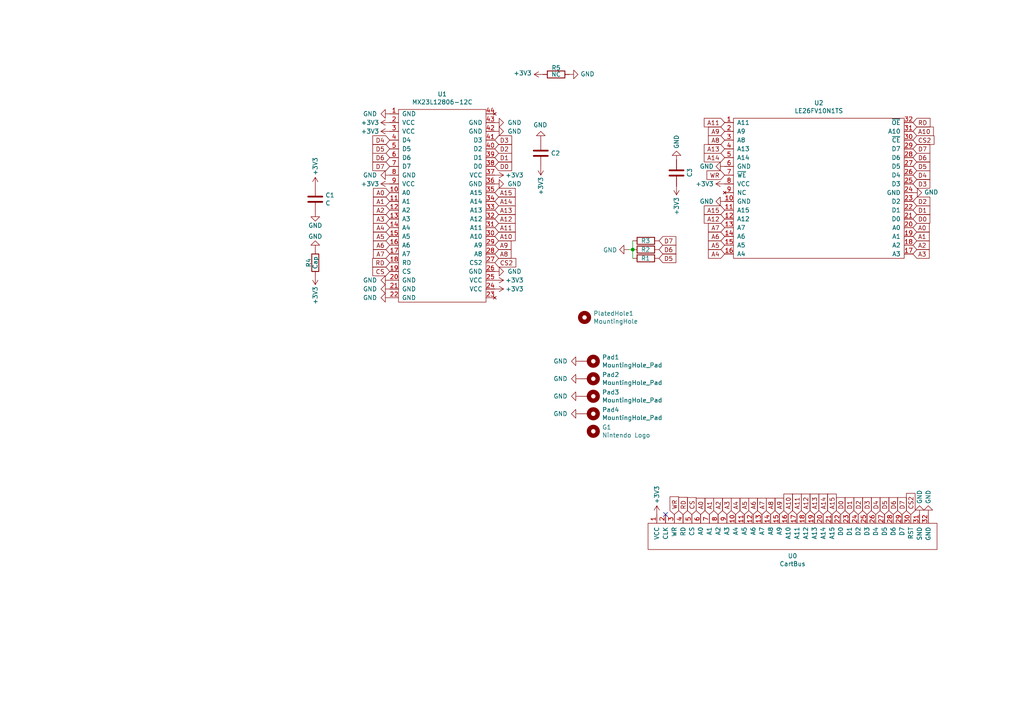
<source format=kicad_sch>
(kicad_sch (version 20221206) (generator eeschema)
  (paper "A4")
  (lib_symbols
    (symbol "AGB-E02-20-rescue:+3.3V-power" (power) (pin_names (offset 0))
      (property "Value" "AGB-E02-20-rescue_+3.3V-power" (at 0 3.556 0))
      (symbol "+3.3V-power_0_1"
        (polyline (pts (xy -0.762 1.27) (xy 0 2.54)))
        (polyline (pts (xy 0 0) (xy 0 2.54)))
        (polyline (pts (xy 0 2.54) (xy 0.762 1.27)))
      )
      (symbol "+3.3V-power_1_1"
        (pin power_in line (at 0 0 90) (length 0) hide (name "+3V3") (number "1"))
      )
    )
    (symbol "AGB-E02-20-rescue:C-Device" (pin_numbers hide) (pin_names (offset 0.254))
      (property "Reference" "C" (at 0.635 2.54 0))
      (property "Value" "AGB-E02-20-rescue_C-Device" (at 0.635 -2.54 0))
      (symbol "C-Device_0_1"
        (polyline (pts (xy -2.032 -0.762) (xy 2.032 -0.762)) (stroke (width 0.508)))
        (polyline (pts (xy -2.032 0.762) (xy 2.032 0.762)) (stroke (width 0.508)))
      )
      (symbol "C-Device_1_1"
        (pin passive line (at 0 3.81 270) (length 2.794) (name "~") (number "1"))
        (pin passive line (at 0 -3.81 90) (length 2.794) (name "~") (number "2"))
      )
    )
    (symbol "AGB-E02-20-rescue:GND-power" (power) (pin_names (offset 0))
      (property "Value" "AGB-E02-20-rescue_GND-power" (at 0 -3.81 0))
      (symbol "GND-power_0_1"
        (polyline (pts (xy 0 0) (xy 0 -1.27) (xy 1.27 -1.27) (xy 0 -2.54) (xy -1.27 -1.27) (xy 0 -1.27)))
      )
      (symbol "GND-power_1_1"
        (pin power_in line (at 0 0 270) (length 0) hide (name "GND") (number "1"))
      )
    )
    (symbol "AGB-E02-20-rescue:MountingHole-Mechanical" (pin_names (offset 1.016))
      (property "Reference" "H" (at 0 5.08 0))
      (property "Value" "AGB-E02-20-rescue_MountingHole-Mechanical" (at 0 3.175 0))
      (symbol "MountingHole-Mechanical_0_1"
        (circle (center 0 0) (radius 1.27) (stroke (width 1.27)))
      )
    )
    (symbol "AGB-E02-20-rescue:MountingHole_Pad-Mechanical" (pin_numbers hide) (pin_names (offset 1.016) hide)
      (property "Reference" "H" (at 0 6.35 0))
      (property "Value" "AGB-E02-20-rescue_MountingHole_Pad-Mechanical" (at 0 4.445 0))
      (symbol "MountingHole_Pad-Mechanical_0_1"
        (circle (center 0 1.27) (radius 1.27) (stroke (width 1.27)))
      )
      (symbol "MountingHole_Pad-Mechanical_1_1"
        (pin input line (at 0 -2.54 90) (length 2.54) (name "1") (number "1"))
      )
    )
    (symbol "AGB-E02-20-rescue:R-Device" (pin_numbers hide) (pin_names (offset 0))
      (property "Reference" "R" (at 2.032 0 90))
      (property "Value" "AGB-E02-20-rescue_R-Device" (at 0 0 90))
      (symbol "R-Device_0_1"
        (rectangle (start -1.016 -2.54) (end 1.016 2.54) (stroke (width 0.254)))
      )
      (symbol "R-Device_1_1"
        (pin passive line (at 0 3.81 270) (length 1.27) (name "~") (number "1"))
        (pin passive line (at 0 -3.81 90) (length 1.27) (name "~") (number "2"))
      )
    )
    (symbol "Gameboy:CartBus" (pin_names (offset 1.016))
      (property "Reference" "U?" (at 24.13 -11.43 0))
      (property "Value" "Gameboy_CartBus" (at 24.13 -8.89 0))
      (symbol "CartBus_0_1"
        (rectangle (start 66.04 0) (end -17.78 -7.62))
      )
      (symbol "CartBus_1_1"
        (pin unspecified line (at -15.24 2.54 270) (length 2.54) (name "VCC") (number "1"))
        (pin unspecified line (at 7.62 2.54 270) (length 2.54) (name "A4") (number "10"))
        (pin unspecified line (at 10.16 2.54 270) (length 2.54) (name "A5") (number "11"))
        (pin unspecified line (at 12.7 2.54 270) (length 2.54) (name "A6") (number "12"))
        (pin unspecified line (at 15.24 2.54 270) (length 2.54) (name "A7") (number "13"))
        (pin unspecified line (at 17.78 2.54 270) (length 2.54) (name "A8") (number "14"))
        (pin unspecified line (at 20.32 2.54 270) (length 2.54) (name "A9") (number "15"))
        (pin unspecified line (at 22.86 2.54 270) (length 2.54) (name "A10") (number "16"))
        (pin unspecified line (at 25.4 2.54 270) (length 2.54) (name "A11") (number "17"))
        (pin unspecified line (at 27.94 2.54 270) (length 2.54) (name "A12") (number "18"))
        (pin unspecified line (at 30.48 2.54 270) (length 2.54) (name "A13") (number "19"))
        (pin unspecified line (at -12.7 2.54 270) (length 2.54) (name "CLK~{}") (number "2"))
        (pin unspecified line (at 33.02 2.54 270) (length 2.54) (name "A14") (number "20"))
        (pin unspecified line (at 35.56 2.54 270) (length 2.54) (name "A15") (number "21"))
        (pin unspecified line (at 38.1 2.54 270) (length 2.54) (name "D0") (number "22"))
        (pin unspecified line (at 40.64 2.54 270) (length 2.54) (name "D1") (number "23"))
        (pin unspecified line (at 43.18 2.54 270) (length 2.54) (name "D2") (number "24"))
        (pin unspecified line (at 45.72 2.54 270) (length 2.54) (name "D3") (number "25"))
        (pin unspecified line (at 48.26 2.54 270) (length 2.54) (name "D4") (number "26"))
        (pin unspecified line (at 50.8 2.54 270) (length 2.54) (name "D5") (number "27"))
        (pin unspecified line (at 53.34 2.54 270) (length 2.54) (name "D6") (number "28"))
        (pin unspecified line (at 55.88 2.54 270) (length 2.54) (name "D7") (number "29"))
        (pin unspecified line (at -10.16 2.54 270) (length 2.54) (name "WR") (number "3"))
        (pin unspecified line (at 58.42 2.54 270) (length 2.54) (name "RST") (number "30"))
        (pin unspecified line (at 60.96 2.54 270) (length 2.54) (name "SND") (number "31"))
        (pin unspecified line (at 63.5 2.54 270) (length 2.54) (name "GND") (number "32"))
        (pin unspecified line (at -7.62 2.54 270) (length 2.54) (name "RD") (number "4"))
        (pin unspecified line (at -5.08 2.54 270) (length 2.54) (name "CS") (number "5"))
        (pin unspecified line (at -2.54 2.54 270) (length 2.54) (name "A0") (number "6"))
        (pin unspecified line (at 0 2.54 270) (length 2.54) (name "A1") (number "7"))
        (pin unspecified line (at 2.54 2.54 270) (length 2.54) (name "A2") (number "8"))
        (pin unspecified line (at 5.08 2.54 270) (length 2.54) (name "A3") (number "9"))
      )
    )
    (symbol "NintendoSymbols:LE26FV10N1TS" (pin_names (offset 1.016))
      (property "Reference" "U" (at 0 -36.83 0))
      (property "Value" "NintendoSymbols_LE26FV10N1TS" (at 0 6.35 0))
      (symbol "LE26FV10N1TS_0_1"
        (rectangle (start -25.4 5.08) (end 24.13 -35.56))
      )
      (symbol "LE26FV10N1TS_1_1"
        (pin unspecified line (at -27.94 3.81 0) (length 2.54) (name "A11") (number "1"))
        (pin unspecified line (at -27.94 -19.05 0) (length 2.54) (name "GND") (number "10"))
        (pin unspecified line (at -27.94 -21.59 0) (length 2.54) (name "A15") (number "11"))
        (pin unspecified line (at -27.94 -24.13 0) (length 2.54) (name "A12") (number "12"))
        (pin unspecified line (at -27.94 -26.67 0) (length 2.54) (name "A7") (number "13"))
        (pin unspecified line (at -27.94 -29.21 0) (length 2.54) (name "A6") (number "14"))
        (pin unspecified line (at -27.94 -31.75 0) (length 2.54) (name "A5") (number "15"))
        (pin unspecified line (at -27.94 -34.29 0) (length 2.54) (name "A4") (number "16"))
        (pin unspecified line (at 26.67 -34.29 180) (length 2.54) (name "A3") (number "17"))
        (pin unspecified line (at 26.67 -31.75 180) (length 2.54) (name "A2") (number "18"))
        (pin unspecified line (at 26.67 -29.21 180) (length 2.54) (name "A1") (number "19"))
        (pin unspecified line (at -27.94 1.27 0) (length 2.54) (name "A9") (number "2"))
        (pin unspecified line (at 26.67 -26.67 180) (length 2.54) (name "A0") (number "20"))
        (pin unspecified line (at 26.67 -24.13 180) (length 2.54) (name "D0") (number "21"))
        (pin unspecified line (at 26.67 -21.59 180) (length 2.54) (name "D1") (number "22"))
        (pin unspecified line (at 26.67 -19.05 180) (length 2.54) (name "D2") (number "23"))
        (pin unspecified line (at 26.67 -16.51 180) (length 2.54) (name "GND") (number "24"))
        (pin unspecified line (at 26.67 -13.97 180) (length 2.54) (name "D3") (number "25"))
        (pin unspecified line (at 26.67 -11.43 180) (length 2.54) (name "D4") (number "26"))
        (pin unspecified line (at 26.67 -8.89 180) (length 2.54) (name "D5") (number "27"))
        (pin unspecified line (at 26.67 -6.35 180) (length 2.54) (name "D6") (number "28"))
        (pin unspecified line (at 26.67 -3.81 180) (length 2.54) (name "D7") (number "29"))
        (pin unspecified line (at -27.94 -1.27 0) (length 2.54) (name "A8") (number "3"))
        (pin unspecified line (at 26.67 -1.27 180) (length 2.54) (name "~{CE}") (number "30"))
        (pin unspecified line (at 26.67 1.27 180) (length 2.54) (name "A10") (number "31"))
        (pin unspecified line (at 26.67 3.81 180) (length 2.54) (name "~{OE}") (number "32"))
        (pin unspecified line (at -27.94 -3.81 0) (length 2.54) (name "A13") (number "4"))
        (pin unspecified line (at -27.94 -6.35 0) (length 2.54) (name "A14") (number "5"))
        (pin unspecified line (at -27.94 -8.89 0) (length 2.54) (name "GND") (number "6"))
        (pin unspecified line (at -27.94 -11.43 0) (length 2.54) (name "~{WE}") (number "7"))
        (pin unspecified line (at -27.94 -13.97 0) (length 2.54) (name "VCC") (number "8"))
        (pin no_connect line (at -27.94 -16.51 0) (length 2.54) (name "NC") (number "9"))
      )
    )
    (symbol "NintendoSymbols:MX23L12806-12C" (pin_names (offset 1.016))
      (property "Reference" "U" (at 0 -58.42 0))
      (property "Value" "NintendoSymbols_MX23L12806-12C" (at 0 0 0))
      (symbol "MX23L12806-12C_0_1"
        (rectangle (start -12.7 -1.27) (end 12.7 -57.15))
      )
      (symbol "MX23L12806-12C_1_1"
        (pin unspecified line (at -15.24 -2.54 0) (length 2.54) (name "GND") (number "1"))
        (pin unspecified line (at -15.24 -25.4 0) (length 2.54) (name "A0") (number "10"))
        (pin unspecified line (at -15.24 -27.94 0) (length 2.54) (name "A1") (number "11"))
        (pin unspecified line (at -15.24 -30.48 0) (length 2.54) (name "A2") (number "12"))
        (pin unspecified line (at -15.24 -33.02 0) (length 2.54) (name "A3") (number "13"))
        (pin unspecified line (at -15.24 -35.56 0) (length 2.54) (name "A4") (number "14"))
        (pin unspecified line (at -15.24 -38.1 0) (length 2.54) (name "A5") (number "15"))
        (pin unspecified line (at -15.24 -40.64 0) (length 2.54) (name "A6") (number "16"))
        (pin unspecified line (at -15.24 -43.18 0) (length 2.54) (name "A7") (number "17"))
        (pin unspecified line (at -15.24 -45.72 0) (length 2.54) (name "RD") (number "18"))
        (pin unspecified line (at -15.24 -48.26 0) (length 2.54) (name "CS") (number "19"))
        (pin unspecified line (at -15.24 -5.08 0) (length 2.54) (name "VCC") (number "2"))
        (pin unspecified line (at -15.24 -50.8 0) (length 2.54) (name "GND") (number "20"))
        (pin unspecified line (at -15.24 -53.34 0) (length 2.54) (name "GND") (number "21"))
        (pin unspecified line (at -15.24 -55.88 0) (length 2.54) (name "GND") (number "22"))
        (pin no_connect line (at 15.24 -55.88 180) (length 2.54) (name "~") (number "23"))
        (pin unspecified line (at 15.24 -53.34 180) (length 2.54) (name "VCC") (number "24"))
        (pin unspecified line (at 15.24 -50.8 180) (length 2.54) (name "VCC") (number "25"))
        (pin unspecified line (at 15.24 -48.26 180) (length 2.54) (name "GND") (number "26"))
        (pin unspecified line (at 15.24 -45.72 180) (length 2.54) (name "CS2") (number "27"))
        (pin unspecified line (at 15.24 -43.18 180) (length 2.54) (name "A8") (number "28"))
        (pin unspecified line (at 15.24 -40.64 180) (length 2.54) (name "A9") (number "29"))
        (pin unspecified line (at -15.24 -7.62 0) (length 2.54) (name "VCC") (number "3"))
        (pin unspecified line (at 15.24 -38.1 180) (length 2.54) (name "A10") (number "30"))
        (pin unspecified line (at 15.24 -35.56 180) (length 2.54) (name "A11") (number "31"))
        (pin unspecified line (at 15.24 -33.02 180) (length 2.54) (name "A12") (number "32"))
        (pin unspecified line (at 15.24 -30.48 180) (length 2.54) (name "A13") (number "33"))
        (pin unspecified line (at 15.24 -27.94 180) (length 2.54) (name "A14") (number "34"))
        (pin unspecified line (at 15.24 -25.4 180) (length 2.54) (name "A15") (number "35"))
        (pin unspecified line (at 15.24 -22.86 180) (length 2.54) (name "GND") (number "36"))
        (pin unspecified line (at 15.24 -20.32 180) (length 2.54) (name "VCC") (number "37"))
        (pin unspecified line (at 15.24 -17.78 180) (length 2.54) (name "D0") (number "38"))
        (pin unspecified line (at 15.24 -15.24 180) (length 2.54) (name "D1") (number "39"))
        (pin unspecified line (at -15.24 -10.16 0) (length 2.54) (name "D4") (number "4"))
        (pin unspecified line (at 15.24 -12.7 180) (length 2.54) (name "D2") (number "40"))
        (pin unspecified line (at 15.24 -10.16 180) (length 2.54) (name "D3") (number "41"))
        (pin unspecified line (at 15.24 -7.62 180) (length 2.54) (name "GND") (number "42"))
        (pin unspecified line (at 15.24 -5.08 180) (length 2.54) (name "GND") (number "43"))
        (pin no_connect line (at 15.24 -2.54 180) (length 2.54) (name "~") (number "44"))
        (pin unspecified line (at -15.24 -12.7 0) (length 2.54) (name "D5") (number "5"))
        (pin unspecified line (at -15.24 -15.24 0) (length 2.54) (name "D6") (number "6"))
        (pin unspecified line (at -15.24 -17.78 0) (length 2.54) (name "D7") (number "7"))
        (pin unspecified line (at -15.24 -20.32 0) (length 2.54) (name "GND") (number "8"))
        (pin unspecified line (at -15.24 -22.86 0) (length 2.54) (name "VCC") (number "9"))
      )
    )
  )
  (junction (at 183.515 72.39))
  (no_connect (at 193.04 149.225))
  (wire (pts (xy 183.515 72.39) (xy 183.515 74.93)))
  (wire (pts (xy 183.515 69.85) (xy 183.515 72.39)))
  (wire (pts (xy 183.515 72.39) (xy 182.245 72.39)))
  (global_label "CS" (shape input) (at 200.66 149.225 90) (property "Intersheetrefs" "${INTERSHEET_REFS}" (effects hide)))
  (global_label "A10" (shape input) (at 143.51 68.58 0) (property "Intersheetrefs" "${INTERSHEET_REFS}" (effects hide)))
  (global_label "D1" (shape input) (at 264.795 60.96 0) (property "Intersheetrefs" "${INTERSHEET_REFS}" (effects hide)))
  (global_label "CS2" (shape input) (at 264.795 40.64 0) (property "Intersheetrefs" "${INTERSHEET_REFS}" (effects hide)))
  (global_label "A5" (shape input) (at 215.9 149.225 90) (property "Intersheetrefs" "${INTERSHEET_REFS}" (effects hide)))
  (global_label "A6" (shape input) (at 210.185 68.58 180) (property "Intersheetrefs" "${INTERSHEET_REFS}" (effects hide)))
  (global_label "D6" (shape input) (at 113.03 45.72 180) (property "Intersheetrefs" "${INTERSHEET_REFS}" (effects hide)))
  (global_label "A6" (shape input) (at 218.44 149.225 90) (property "Intersheetrefs" "${INTERSHEET_REFS}" (effects hide)))
  (global_label "D3" (shape input) (at 264.795 53.34 0) (property "Intersheetrefs" "${INTERSHEET_REFS}" (effects hide)))
  (global_label "A1" (shape input) (at 205.74 149.225 90) (property "Intersheetrefs" "${INTERSHEET_REFS}" (effects hide)))
  (global_label "D5" (shape input) (at 264.795 48.26 0) (property "Intersheetrefs" "${INTERSHEET_REFS}" (effects hide)))
  (global_label "D2" (shape input) (at 248.92 149.225 90) (property "Intersheetrefs" "${INTERSHEET_REFS}" (effects hide)))
  (global_label "A6" (shape input) (at 113.03 71.12 180) (property "Intersheetrefs" "${INTERSHEET_REFS}" (effects hide)))
  (global_label "A3" (shape input) (at 264.795 73.66 0) (property "Intersheetrefs" "${INTERSHEET_REFS}" (effects hide)))
  (global_label "A8" (shape input) (at 143.51 73.66 0) (property "Intersheetrefs" "${INTERSHEET_REFS}" (effects hide)))
  (global_label "A1" (shape input) (at 113.03 58.42 180) (property "Intersheetrefs" "${INTERSHEET_REFS}" (effects hide)))
  (global_label "A9" (shape input) (at 143.51 71.12 0) (property "Intersheetrefs" "${INTERSHEET_REFS}" (effects hide)))
  (global_label "A11" (shape input) (at 210.185 35.56 180) (property "Intersheetrefs" "${INTERSHEET_REFS}" (effects hide)))
  (global_label "A14" (shape input) (at 210.185 45.72 180) (property "Intersheetrefs" "${INTERSHEET_REFS}" (effects hide)))
  (global_label "D3" (shape input) (at 251.46 149.225 90) (property "Intersheetrefs" "${INTERSHEET_REFS}" (effects hide)))
  (global_label "A4" (shape input) (at 210.185 73.66 180) (property "Intersheetrefs" "${INTERSHEET_REFS}" (effects hide)))
  (global_label "A3" (shape input) (at 113.03 63.5 180) (property "Intersheetrefs" "${INTERSHEET_REFS}" (effects hide)))
  (global_label "A10" (shape input) (at 264.795 38.1 0) (property "Intersheetrefs" "${INTERSHEET_REFS}" (effects hide)))
  (global_label "D4" (shape input) (at 254 149.225 90) (property "Intersheetrefs" "${INTERSHEET_REFS}" (effects hide)))
  (global_label "D5" (shape input) (at 256.54 149.225 90) (property "Intersheetrefs" "${INTERSHEET_REFS}" (effects hide)))
  (global_label "D7" (shape input) (at 261.62 149.225 90) (property "Intersheetrefs" "${INTERSHEET_REFS}" (effects hide)))
  (global_label "RD" (shape input) (at 264.795 35.56 0) (property "Intersheetrefs" "${INTERSHEET_REFS}" (effects hide)))
  (global_label "D4" (shape input) (at 264.795 50.8 0) (property "Intersheetrefs" "${INTERSHEET_REFS}" (effects hide)))
  (global_label "D1" (shape input) (at 246.38 149.225 90) (property "Intersheetrefs" "${INTERSHEET_REFS}" (effects hide)))
  (global_label "A12" (shape input) (at 143.51 63.5 0) (property "Intersheetrefs" "${INTERSHEET_REFS}" (effects hide)))
  (global_label "A7" (shape input) (at 220.98 149.225 90) (property "Intersheetrefs" "${INTERSHEET_REFS}" (effects hide)))
  (global_label "A13" (shape input) (at 143.51 60.96 0) (property "Intersheetrefs" "${INTERSHEET_REFS}" (effects hide)))
  (global_label "A2" (shape input) (at 113.03 60.96 180) (property "Intersheetrefs" "${INTERSHEET_REFS}" (effects hide)))
  (global_label "A10" (shape input) (at 228.6 149.225 90) (property "Intersheetrefs" "${INTERSHEET_REFS}" (effects hide)))
  (global_label "D0" (shape input) (at 264.795 63.5 0) (property "Intersheetrefs" "${INTERSHEET_REFS}" (effects hide)))
  (global_label "A1" (shape input) (at 264.795 68.58 0) (property "Intersheetrefs" "${INTERSHEET_REFS}" (effects hide)))
  (global_label "A15" (shape input) (at 241.3 149.225 90) (property "Intersheetrefs" "${INTERSHEET_REFS}" (effects hide)))
  (global_label "RD" (shape input) (at 198.12 149.225 90) (property "Intersheetrefs" "${INTERSHEET_REFS}" (effects hide)))
  (global_label "WR" (shape input) (at 210.185 50.8 180) (property "Intersheetrefs" "${INTERSHEET_REFS}" (effects hide)))
  (global_label "A8" (shape input) (at 210.185 40.64 180) (property "Intersheetrefs" "${INTERSHEET_REFS}" (effects hide)))
  (global_label "A12" (shape input) (at 210.185 63.5 180) (property "Intersheetrefs" "${INTERSHEET_REFS}" (effects hide)))
  (global_label "A15" (shape input) (at 210.185 60.96 180) (property "Intersheetrefs" "${INTERSHEET_REFS}" (effects hide)))
  (global_label "D1" (shape input) (at 143.51 45.72 0) (property "Intersheetrefs" "${INTERSHEET_REFS}" (effects hide)))
  (global_label "A5" (shape input) (at 210.185 71.12 180) (property "Intersheetrefs" "${INTERSHEET_REFS}" (effects hide)))
  (global_label "A9" (shape input) (at 210.185 38.1 180) (property "Intersheetrefs" "${INTERSHEET_REFS}" (effects hide)))
  (global_label "CS" (shape input) (at 113.03 78.74 180) (property "Intersheetrefs" "${INTERSHEET_REFS}" (effects hide)))
  (global_label "D7" (shape input) (at 191.135 69.85 0) (property "Intersheetrefs" "${INTERSHEET_REFS}" (effects hide)))
  (global_label "A9" (shape input) (at 226.06 149.225 90) (property "Intersheetrefs" "${INTERSHEET_REFS}" (effects hide)))
  (global_label "A5" (shape input) (at 113.03 68.58 180) (property "Intersheetrefs" "${INTERSHEET_REFS}" (effects hide)))
  (global_label "D0" (shape input) (at 243.84 149.225 90) (property "Intersheetrefs" "${INTERSHEET_REFS}" (effects hide)))
  (global_label "A13" (shape input) (at 236.22 149.225 90) (property "Intersheetrefs" "${INTERSHEET_REFS}" (effects hide)))
  (global_label "A11" (shape input) (at 143.51 66.04 0) (property "Intersheetrefs" "${INTERSHEET_REFS}" (effects hide)))
  (global_label "RD" (shape input) (at 113.03 76.2 180) (property "Intersheetrefs" "${INTERSHEET_REFS}" (effects hide)))
  (global_label "D6" (shape input) (at 264.795 45.72 0) (property "Intersheetrefs" "${INTERSHEET_REFS}" (effects hide)))
  (global_label "D5" (shape input) (at 113.03 43.18 180) (property "Intersheetrefs" "${INTERSHEET_REFS}" (effects hide)))
  (global_label "CS2" (shape input) (at 264.16 149.225 90) (property "Intersheetrefs" "${INTERSHEET_REFS}" (effects hide)))
  (global_label "A11" (shape input) (at 231.14 149.225 90) (property "Intersheetrefs" "${INTERSHEET_REFS}" (effects hide)))
  (global_label "D6" (shape input) (at 191.135 72.39 0) (property "Intersheetrefs" "${INTERSHEET_REFS}" (effects hide)))
  (global_label "A13" (shape input) (at 210.185 43.18 180) (property "Intersheetrefs" "${INTERSHEET_REFS}" (effects hide)))
  (global_label "A7" (shape input) (at 210.185 66.04 180) (property "Intersheetrefs" "${INTERSHEET_REFS}" (effects hide)))
  (global_label "D2" (shape input) (at 143.51 43.18 0) (property "Intersheetrefs" "${INTERSHEET_REFS}" (effects hide)))
  (global_label "D3" (shape input) (at 143.51 40.64 0) (property "Intersheetrefs" "${INTERSHEET_REFS}" (effects hide)))
  (global_label "A15" (shape input) (at 143.51 55.88 0) (property "Intersheetrefs" "${INTERSHEET_REFS}" (effects hide)))
  (global_label "WR" (shape input) (at 195.58 149.225 90) (property "Intersheetrefs" "${INTERSHEET_REFS}" (effects hide)))
  (global_label "D5" (shape input) (at 191.135 74.93 0) (property "Intersheetrefs" "${INTERSHEET_REFS}" (effects hide)))
  (global_label "D0" (shape input) (at 143.51 48.26 0) (property "Intersheetrefs" "${INTERSHEET_REFS}" (effects hide)))
  (global_label "A3" (shape input) (at 210.82 149.225 90) (property "Intersheetrefs" "${INTERSHEET_REFS}" (effects hide)))
  (global_label "A4" (shape input) (at 113.03 66.04 180) (property "Intersheetrefs" "${INTERSHEET_REFS}" (effects hide)))
  (global_label "A0" (shape input) (at 203.2 149.225 90) (property "Intersheetrefs" "${INTERSHEET_REFS}" (effects hide)))
  (global_label "A14" (shape input) (at 238.76 149.225 90) (property "Intersheetrefs" "${INTERSHEET_REFS}" (effects hide)))
  (global_label "CS2" (shape input) (at 143.51 76.2 0) (property "Intersheetrefs" "${INTERSHEET_REFS}" (effects hide)))
  (global_label "D6" (shape input) (at 259.08 149.225 90) (property "Intersheetrefs" "${INTERSHEET_REFS}" (effects hide)))
  (global_label "A0" (shape input) (at 113.03 55.88 180) (property "Intersheetrefs" "${INTERSHEET_REFS}" (effects hide)))
  (global_label "A4" (shape input) (at 213.36 149.225 90) (property "Intersheetrefs" "${INTERSHEET_REFS}" (effects hide)))
  (global_label "A14" (shape input) (at 143.51 58.42 0) (property "Intersheetrefs" "${INTERSHEET_REFS}" (effects hide)))
  (global_label "A2" (shape input) (at 264.795 71.12 0) (property "Intersheetrefs" "${INTERSHEET_REFS}" (effects hide)))
  (global_label "A8" (shape input) (at 223.52 149.225 90) (property "Intersheetrefs" "${INTERSHEET_REFS}" (effects hide)))
  (global_label "A0" (shape input) (at 264.795 66.04 0) (property "Intersheetrefs" "${INTERSHEET_REFS}" (effects hide)))
  (global_label "A7" (shape input) (at 113.03 73.66 180) (property "Intersheetrefs" "${INTERSHEET_REFS}" (effects hide)))
  (global_label "A2" (shape input) (at 208.28 149.225 90) (property "Intersheetrefs" "${INTERSHEET_REFS}" (effects hide)))
  (global_label "D7" (shape input) (at 264.795 43.18 0) (property "Intersheetrefs" "${INTERSHEET_REFS}" (effects hide)))
  (global_label "D2" (shape input) (at 264.795 58.42 0) (property "Intersheetrefs" "${INTERSHEET_REFS}" (effects hide)))
  (global_label "D7" (shape input) (at 113.03 48.26 180) (property "Intersheetrefs" "${INTERSHEET_REFS}" (effects hide)))
  (global_label "D4" (shape input) (at 113.03 40.64 180) (property "Intersheetrefs" "${INTERSHEET_REFS}" (effects hide)))
  (global_label "A12" (shape input) (at 233.68 149.225 90) (property "Intersheetrefs" "${INTERSHEET_REFS}" (effects hide)))
  (symbol (lib_id "NintendoSymbols:LE26FV10N1TS") (at 238.125 39.37 0) (unit 1)
    (property "Reference" "U2" (at 237.49 29.845 0))
    (property "Value" "LE26FV10N1TS" (at 237.49 32.1564 0))
    (property "Footprint" "AGB-E02-20:RAM" (effects hide))
  )
  (symbol (lib_id "Gameboy:CartBus") (at 205.74 151.765 0) (unit 1)
    (property "Reference" "U0" (at 229.87 161.2392 0))
    (property "Value" "CartBus" (at 229.87 163.5506 0))
    (property "Footprint" "Connector_GameBoy:GameBoy_GamePak_AGB-002_P1.50mm_Edge" (effects hide))
  )
  (symbol (lib_id "AGB-E02-20-rescue:+3.3V-power") (at 190.5 149.225 0) (unit 1)
    (property "Reference" "#PWR0101" (effects hide))
    (property "Value" "+3.3V" (at 190.5 143.51 90))
  )
  (symbol (lib_id "AGB-E02-20-rescue:GND-power") (at 269.24 149.225 180) (unit 1)
    (property "Reference" "#PWR0102" (effects hide))
    (property "Value" "GND" (at 269.24 144.145 90))
  )
  (symbol (lib_id "AGB-E02-20-rescue:GND-power") (at 210.185 58.42 270) (unit 1)
    (property "Reference" "#PWR0106" (effects hide))
    (property "Value" "GND" (at 207.01 58.42 90) (effects (justify right)))
  )
  (symbol (lib_id "AGB-E02-20-rescue:+3.3V-power") (at 210.185 53.34 90) (unit 1)
    (property "Reference" "#PWR0107" (effects hide))
    (property "Value" "+3.3V" (at 207.01 53.34 90) (effects (justify left)))
  )
  (symbol (lib_id "AGB-E02-20-rescue:GND-power") (at 210.185 48.26 270) (unit 1)
    (property "Reference" "#PWR0103" (effects hide))
    (property "Value" "GND" (at 207.01 48.26 90) (effects (justify right)))
  )
  (symbol (lib_id "AGB-E02-20-rescue:GND-power") (at 264.795 55.88 90) (unit 1)
    (property "Reference" "#PWR0104" (effects hide))
    (property "Value" "GND" (at 268.0462 55.753 90) (effects (justify right)))
  )
  (symbol (lib_id "AGB-E02-20-rescue:R-Device") (at 187.325 74.93 90) (unit 1)
    (property "Reference" "R1" (at 188.595 74.93 90) (effects (justify left)))
    (property "Value" "NC" (effects hide))
    (property "Footprint" "Custom:R_0603_AGB" (effects hide))
  )
  (symbol (lib_id "AGB-E02-20-rescue:R-Device") (at 187.325 72.39 90) (unit 1)
    (property "Reference" "R2" (at 188.595 72.39 90) (effects (justify left)))
    (property "Value" "NC" (effects hide))
    (property "Footprint" "Custom:R_0603_AGB" (effects hide))
  )
  (symbol (lib_id "AGB-E02-20-rescue:R-Device") (at 187.325 69.85 90) (unit 1)
    (property "Reference" "R3" (at 188.595 69.85 90) (effects (justify left)))
    (property "Value" "NC" (effects hide))
    (property "Footprint" "Custom:R_0603_AGB" (effects hide))
  )
  (symbol (lib_id "AGB-E02-20-rescue:GND-power") (at 182.245 72.39 270) (unit 1)
    (property "Reference" "#PWR0105" (effects hide))
    (property "Value" "GND" (at 178.9938 72.517 90) (effects (justify right)))
  )
  (symbol (lib_id "AGB-E02-20-rescue:C-Device") (at 196.215 50.165 0) (unit 1)
    (property "Reference" "C3" (at 200.025 51.435 90) (effects (justify left)))
    (property "Value" "C" (effects hide))
    (property "Footprint" "Custom:C_0402_AGB" (effects hide))
  )
  (symbol (lib_id "AGB-E02-20-rescue:+3.3V-power") (at 196.215 53.975 180) (unit 1)
    (property "Reference" "#PWR0108" (effects hide))
    (property "Value" "+3.3V" (at 196.215 57.15 90) (effects (justify left)))
  )
  (symbol (lib_id "AGB-E02-20-rescue:GND-power") (at 196.215 46.355 180) (unit 1)
    (property "Reference" "#PWR0109" (effects hide))
    (property "Value" "GND" (at 196.215 43.18 90) (effects (justify right)))
  )
  (symbol (lib_id "AGB-E02-20-rescue:R-Device") (at 161.29 21.59 270) (unit 1)
    (property "Reference" "R5" (at 161.29 19.685 90))
    (property "Value" "NC" (at 161.29 21.59 90))
    (property "Footprint" "Custom:R_0402_AGB-Opt" (effects hide))
  )
  (symbol (lib_id "AGB-E02-20-rescue:+3.3V-power") (at 157.48 21.59 90) (unit 1)
    (property "Reference" "#PWR0110" (effects hide))
    (property "Value" "+3.3V" (at 154.2288 21.209 90) (effects (justify left)))
  )
  (symbol (lib_id "AGB-E02-20-rescue:GND-power") (at 165.1 21.59 90) (unit 1)
    (property "Reference" "#PWR0111" (effects hide))
    (property "Value" "GND" (at 168.3512 21.463 90) (effects (justify right)))
  )
  (symbol (lib_id "AGB-E02-20-rescue:C-Device") (at 156.845 44.45 180) (unit 1)
    (property "Reference" "C2" (at 159.766 44.45 0) (effects (justify right)))
    (property "Value" "C" (effects hide))
    (property "Footprint" "Custom:C_0402_AGB" (effects hide))
  )
  (symbol (lib_id "AGB-E02-20-rescue:C-Device") (at 91.44 57.785 0) (unit 1)
    (property "Reference" "C1" (at 94.361 56.6166 0) (effects (justify left)))
    (property "Value" "C" (at 94.361 58.928 0) (effects (justify left)))
    (property "Footprint" "Custom:C_0402_AGB" (effects hide))
  )
  (symbol (lib_id "AGB-E02-20-rescue:R-Device") (at 91.44 76.2 0) (unit 1)
    (property "Reference" "R4" (at 89.535 76.2 90))
    (property "Value" "Cap" (at 91.44 76.2 90))
    (property "Footprint" "Custom:C_0603_AGB" (effects hide))
  )
  (symbol (lib_id "AGB-E02-20-rescue:+3.3V-power") (at 91.44 80.01 180) (unit 1)
    (property "Reference" "#PWR0112" (effects hide))
    (property "Value" "+3.3V" (at 91.44 85.725 90))
  )
  (symbol (lib_id "AGB-E02-20-rescue:+3.3V-power") (at 91.44 53.975 0) (unit 1)
    (property "Reference" "#PWR0113" (effects hide))
    (property "Value" "+3.3V" (at 91.44 48.26 90))
  )
  (symbol (lib_id "AGB-E02-20-rescue:GND-power") (at 91.44 61.595 0) (unit 1)
    (property "Reference" "#PWR0114" (effects hide))
    (property "Value" "GND" (at 91.44 65.405 0))
  )
  (symbol (lib_id "AGB-E02-20-rescue:GND-power") (at 91.44 72.39 180) (unit 1)
    (property "Reference" "#PWR0115" (effects hide))
    (property "Value" "GND" (at 91.44 68.58 0))
  )
  (symbol (lib_id "AGB-E02-20-rescue:+3.3V-power") (at 156.845 48.26 180) (unit 1)
    (property "Reference" "#PWR0116" (effects hide))
    (property "Value" "+3.3V" (at 156.845 53.975 90))
  )
  (symbol (lib_id "AGB-E02-20-rescue:GND-power") (at 156.845 40.64 180) (unit 1)
    (property "Reference" "#PWR0117" (effects hide))
    (property "Value" "GND" (at 156.718 36.2458 0))
  )
  (symbol (lib_id "AGB-E02-20-rescue:GND-power") (at 266.7 149.225 180) (unit 1)
    (property "Reference" "#PWR0118" (effects hide))
    (property "Value" "GND" (at 266.7 144.145 90))
  )
  (symbol (lib_id "NintendoSymbols:MX23L12806-12C") (at 128.27 30.48 0) (unit 1)
    (property "Reference" "U1" (at 128.27 27.305 0))
    (property "Value" "MX23L12806-12C" (at 128.27 29.6164 0))
    (property "Footprint" "AGB-E02-20:ROM" (effects hide))
  )
  (symbol (lib_id "AGB-E02-20-rescue:GND-power") (at 113.03 33.02 270) (unit 1)
    (property "Reference" "#PWR0119" (effects hide))
    (property "Value" "GND" (at 107.315 33.02 90))
  )
  (symbol (lib_id "AGB-E02-20-rescue:GND-power") (at 113.03 50.8 270) (unit 1)
    (property "Reference" "#PWR0120" (effects hide))
    (property "Value" "GND" (at 107.315 50.8 90))
  )
  (symbol (lib_id "AGB-E02-20-rescue:GND-power") (at 113.03 81.28 270) (unit 1)
    (property "Reference" "#PWR0121" (effects hide))
    (property "Value" "GND" (at 107.315 81.28 90))
  )
  (symbol (lib_id "AGB-E02-20-rescue:GND-power") (at 113.03 83.82 270) (unit 1)
    (property "Reference" "#PWR0122" (effects hide))
    (property "Value" "GND" (at 107.315 83.82 90))
  )
  (symbol (lib_id "AGB-E02-20-rescue:GND-power") (at 113.03 86.36 270) (unit 1)
    (property "Reference" "#PWR0123" (effects hide))
    (property "Value" "GND" (at 107.315 86.36 90))
  )
  (symbol (lib_id "AGB-E02-20-rescue:GND-power") (at 143.51 78.74 90) (unit 1)
    (property "Reference" "#PWR0124" (effects hide))
    (property "Value" "GND" (at 149.225 78.74 90))
  )
  (symbol (lib_id "AGB-E02-20-rescue:GND-power") (at 143.51 53.34 90) (unit 1)
    (property "Reference" "#PWR0125" (effects hide))
    (property "Value" "GND" (at 149.225 53.34 90))
  )
  (symbol (lib_id "AGB-E02-20-rescue:GND-power") (at 143.51 38.1 90) (unit 1)
    (property "Reference" "#PWR0126" (effects hide))
    (property "Value" "GND" (at 149.225 38.1 90))
  )
  (symbol (lib_id "AGB-E02-20-rescue:GND-power") (at 143.51 35.56 90) (unit 1)
    (property "Reference" "#PWR0127" (effects hide))
    (property "Value" "GND" (at 149.225 35.56 90))
  )
  (symbol (lib_id "AGB-E02-20-rescue:+3.3V-power") (at 143.51 50.8 270) (unit 1)
    (property "Reference" "#PWR0128" (effects hide))
    (property "Value" "+3.3V" (at 149.225 50.8 90))
  )
  (symbol (lib_id "AGB-E02-20-rescue:+3.3V-power") (at 143.51 81.28 270) (unit 1)
    (property "Reference" "#PWR0129" (effects hide))
    (property "Value" "+3.3V" (at 149.225 81.28 90))
  )
  (symbol (lib_id "AGB-E02-20-rescue:+3.3V-power") (at 143.51 83.82 270) (unit 1)
    (property "Reference" "#PWR0130" (effects hide))
    (property "Value" "+3.3V" (at 149.225 83.82 90))
  )
  (symbol (lib_id "AGB-E02-20-rescue:+3.3V-power") (at 113.03 53.34 90) (unit 1)
    (property "Reference" "#PWR0131" (effects hide))
    (property "Value" "+3.3V" (at 107.315 53.34 90))
  )
  (symbol (lib_id "AGB-E02-20-rescue:+3.3V-power") (at 113.03 38.1 90) (unit 1)
    (property "Reference" "#PWR0132" (effects hide))
    (property "Value" "+3.3V" (at 107.315 38.1 90))
  )
  (symbol (lib_id "AGB-E02-20-rescue:+3.3V-power") (at 113.03 35.56 90) (unit 1)
    (property "Reference" "#PWR0133" (effects hide))
    (property "Value" "+3.3V" (at 107.315 35.56 90))
  )
  (symbol (lib_id "AGB-E02-20-rescue:MountingHole-Mechanical") (at 169.545 92.075 0) (unit 1)
    (property "Reference" "PlatedHole1" (at 172.085 90.9066 0) (effects (justify left)))
    (property "Value" "MountingHole" (at 172.085 93.218 0) (effects (justify left)))
    (property "Footprint" "Custom:TestPoint_Plated_Hole_D2.0mm" (effects hide))
  )
  (symbol (lib_id "AGB-E02-20-rescue:MountingHole_Pad-Mechanical") (at 170.815 104.775 270) (unit 1)
    (property "Reference" "Pad1" (at 174.625 103.6066 90) (effects (justify left)))
    (property "Value" "MountingHole_Pad" (at 174.625 105.918 90) (effects (justify left)))
    (property "Footprint" "Custom:Nintendo_3x3_GNDPad" (effects hide))
  )
  (symbol (lib_id "AGB-E02-20-rescue:MountingHole_Pad-Mechanical") (at 170.815 109.855 270) (unit 1)
    (property "Reference" "Pad2" (at 174.625 108.6866 90) (effects (justify left)))
    (property "Value" "MountingHole_Pad" (at 174.625 110.998 90) (effects (justify left)))
    (property "Footprint" "Custom:Nintendo_3x3_GNDPad" (effects hide))
  )
  (symbol (lib_id "AGB-E02-20-rescue:MountingHole_Pad-Mechanical") (at 170.815 114.935 270) (unit 1)
    (property "Reference" "Pad3" (at 174.625 113.7666 90) (effects (justify left)))
    (property "Value" "MountingHole_Pad" (at 174.625 116.078 90) (effects (justify left)))
    (property "Footprint" "Custom:Nintendo_1x1_Pad" (effects hide))
  )
  (symbol (lib_id "AGB-E02-20-rescue:GND-power") (at 168.275 104.775 270) (unit 1)
    (property "Reference" "#PWR0134" (effects hide))
    (property "Value" "GND" (at 162.56 104.775 90))
  )
  (symbol (lib_id "AGB-E02-20-rescue:GND-power") (at 168.275 109.855 270) (unit 1)
    (property "Reference" "#PWR0135" (effects hide))
    (property "Value" "GND" (at 162.56 109.855 90))
  )
  (symbol (lib_id "AGB-E02-20-rescue:GND-power") (at 168.275 114.935 270) (unit 1)
    (property "Reference" "#PWR0136" (effects hide))
    (property "Value" "GND" (at 162.56 114.935 90))
  )
  (symbol (lib_id "AGB-E02-20-rescue:MountingHole-Mechanical") (at 172.085 125.095 0) (unit 1)
    (property "Reference" "G1" (at 174.625 123.9266 0) (effects (justify left)))
    (property "Value" "Nintendo Logo" (at 174.625 126.238 0) (effects (justify left)))
    (property "Footprint" "Custom:Nintendo-GBA-Logo" (effects hide))
  )
  (symbol (lib_id "AGB-E02-20-rescue:MountingHole_Pad-Mechanical") (at 170.815 120.015 270) (unit 1)
    (property "Reference" "Pad4" (at 174.625 118.8466 90) (effects (justify left)))
    (property "Value" "MountingHole_Pad" (at 174.625 121.158 90) (effects (justify left)))
    (property "Footprint" "Custom:Nintendo_1x1_Pad" (effects hide))
  )
  (symbol (lib_id "AGB-E02-20-rescue:GND-power") (at 168.275 120.015 270) (unit 1)
    (property "Reference" "#PWR0137" (effects hide))
    (property "Value" "GND" (at 162.56 120.015 90))
  )
)
</source>
